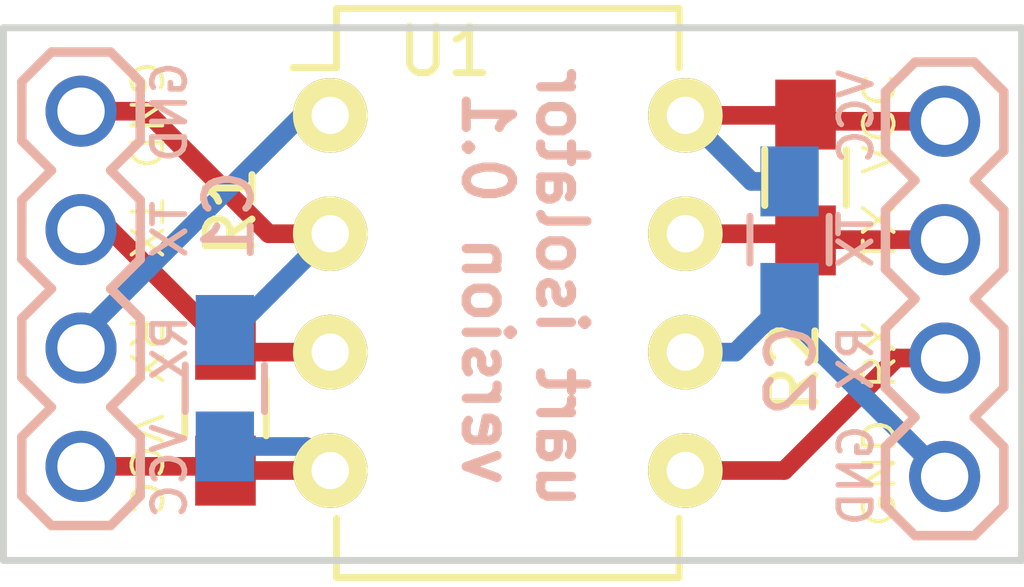
<source format=kicad_pcb>
(kicad_pcb (version 4) (host pcbnew 4.0.2+dfsg1-stable)

  (general
    (links 16)
    (no_connects 0)
    (area 141.415699 103.048999 163.409701 114.629001)
    (thickness 1.6)
    (drawings 7)
    (tracks 31)
    (zones 0)
    (modules 7)
    (nets 9)
  )

  (page A4)
  (layers
    (0 F.Cu signal)
    (31 B.Cu signal)
    (32 B.Adhes user)
    (33 F.Adhes user)
    (34 B.Paste user)
    (35 F.Paste user)
    (36 B.SilkS user)
    (37 F.SilkS user)
    (38 B.Mask user)
    (39 F.Mask user)
    (40 Dwgs.User user)
    (41 Cmts.User user)
    (42 Eco1.User user)
    (43 Eco2.User user)
    (44 Edge.Cuts user)
    (45 Margin user)
    (46 B.CrtYd user)
    (47 F.CrtYd user)
    (48 B.Fab user)
    (49 F.Fab user)
  )

  (setup
    (last_trace_width 0.4)
    (trace_clearance 0.2)
    (zone_clearance 0.508)
    (zone_45_only no)
    (trace_min 0.2)
    (segment_width 0.2)
    (edge_width 0.15)
    (via_size 0.6)
    (via_drill 0.4)
    (via_min_size 0.4)
    (via_min_drill 0.3)
    (uvia_size 0.3)
    (uvia_drill 0.1)
    (uvias_allowed no)
    (uvia_min_size 0.2)
    (uvia_min_drill 0.1)
    (pcb_text_width 0.3)
    (pcb_text_size 1.5 1.5)
    (mod_edge_width 0.15)
    (mod_text_size 1 1)
    (mod_text_width 0.15)
    (pad_size 1.524 1.524)
    (pad_drill 0.762)
    (pad_to_mask_clearance 0.2)
    (aux_axis_origin 0 0)
    (grid_origin 151.6507 109.474)
    (visible_elements FFFFFF7F)
    (pcbplotparams
      (layerselection 0x00030_80000001)
      (usegerberextensions false)
      (excludeedgelayer true)
      (linewidth 0.100000)
      (plotframeref false)
      (viasonmask false)
      (mode 1)
      (useauxorigin false)
      (hpglpennumber 1)
      (hpglpenspeed 20)
      (hpglpendiameter 15)
      (hpglpenoverlay 2)
      (psnegative false)
      (psa4output false)
      (plotreference true)
      (plotvalue true)
      (plotinvisibletext false)
      (padsonsilk false)
      (subtractmaskfromsilk false)
      (outputformat 1)
      (mirror false)
      (drillshape 1)
      (scaleselection 1)
      (outputdirectory ""))
  )

  (net 0 "")
  (net 1 "Net-(C1-Pad1)")
  (net 2 "Net-(C1-Pad2)")
  (net 3 "Net-(C2-Pad1)")
  (net 4 "Net-(C2-Pad2)")
  (net 5 "Net-(P1-Pad2)")
  (net 6 "Net-(P1-Pad3)")
  (net 7 "Net-(P2-Pad2)")
  (net 8 "Net-(P2-Pad3)")

  (net_class Default "This is the default net class."
    (clearance 0.2)
    (trace_width 0.4)
    (via_dia 0.6)
    (via_drill 0.4)
    (uvia_dia 0.3)
    (uvia_drill 0.1)
    (add_net "Net-(C1-Pad1)")
    (add_net "Net-(C1-Pad2)")
    (add_net "Net-(C2-Pad1)")
    (add_net "Net-(C2-Pad2)")
    (add_net "Net-(P1-Pad2)")
    (add_net "Net-(P1-Pad3)")
    (add_net "Net-(P2-Pad2)")
    (add_net "Net-(P2-Pad3)")
  )

  (module uart:uart (layer B.Cu) (tedit 592B3B30) (tstamp 59307FDE)
    (at 143.1544 112.5347 90)
    (path /592E40B9)
    (fp_text reference P2 (at 0 0 90) (layer Eco1.User) hide
      (effects (font (size 0.6 0.6) (thickness 0.1)))
    )
    (fp_text value uart (at 1.27 -1.27 90) (layer Eco1.User) hide
      (effects (font (size 0.6 0.6) (thickness 0.1)))
    )
    (fp_text user GND (at 7.6 1.9 90) (layer B.SilkS)
      (effects (font (size 0.7 0.7) (thickness 0.12)) (justify mirror))
    )
    (fp_text user RX (at 2.54 1.905 90) (layer B.SilkS)
      (effects (font (size 0.7 0.7) (thickness 0.12)) (justify mirror))
    )
    (fp_text user TX (at 5.08 1.905 90) (layer B.SilkS)
      (effects (font (size 0.7 0.7) (thickness 0.12)) (justify mirror))
    )
    (fp_text user VCC (at -0.1 1.9 90) (layer B.SilkS)
      (effects (font (size 0.7 0.7) (thickness 0.12)) (justify mirror))
    )
    (fp_line (start 6.985 1.27) (end 8.255 1.27) (layer B.SilkS) (width 0.2032))
    (fp_line (start 8.255 1.27) (end 8.89 0.635) (layer B.SilkS) (width 0.2032))
    (fp_line (start 8.89 -0.635) (end 8.255 -1.27) (layer B.SilkS) (width 0.2032))
    (fp_line (start 3.81 0.635) (end 4.445 1.27) (layer B.SilkS) (width 0.2032))
    (fp_line (start 4.445 1.27) (end 5.715 1.27) (layer B.SilkS) (width 0.2032))
    (fp_line (start 5.715 1.27) (end 6.35 0.635) (layer B.SilkS) (width 0.2032))
    (fp_line (start 6.35 -0.635) (end 5.715 -1.27) (layer B.SilkS) (width 0.2032))
    (fp_line (start 5.715 -1.27) (end 4.445 -1.27) (layer B.SilkS) (width 0.2032))
    (fp_line (start 4.445 -1.27) (end 3.81 -0.635) (layer B.SilkS) (width 0.2032))
    (fp_line (start 6.985 1.27) (end 6.35 0.635) (layer B.SilkS) (width 0.2032))
    (fp_line (start 6.35 -0.635) (end 6.985 -1.27) (layer B.SilkS) (width 0.2032))
    (fp_line (start 8.255 -1.27) (end 6.985 -1.27) (layer B.SilkS) (width 0.2032))
    (fp_line (start -0.635 1.27) (end 0.635 1.27) (layer B.SilkS) (width 0.2032))
    (fp_line (start 0.635 1.27) (end 1.27 0.635) (layer B.SilkS) (width 0.2032))
    (fp_line (start 1.27 -0.635) (end 0.635 -1.27) (layer B.SilkS) (width 0.2032))
    (fp_line (start 1.27 0.635) (end 1.905 1.27) (layer B.SilkS) (width 0.2032))
    (fp_line (start 1.905 1.27) (end 3.175 1.27) (layer B.SilkS) (width 0.2032))
    (fp_line (start 3.175 1.27) (end 3.81 0.635) (layer B.SilkS) (width 0.2032))
    (fp_line (start 3.81 -0.635) (end 3.175 -1.27) (layer B.SilkS) (width 0.2032))
    (fp_line (start 3.175 -1.27) (end 1.905 -1.27) (layer B.SilkS) (width 0.2032))
    (fp_line (start 1.905 -1.27) (end 1.27 -0.635) (layer B.SilkS) (width 0.2032))
    (fp_line (start -1.27 0.635) (end -1.27 -0.635) (layer B.SilkS) (width 0.2032))
    (fp_line (start -0.635 1.27) (end -1.27 0.635) (layer B.SilkS) (width 0.2032))
    (fp_line (start -1.27 -0.635) (end -0.635 -1.27) (layer B.SilkS) (width 0.2032))
    (fp_line (start 0.635 -1.27) (end -0.635 -1.27) (layer B.SilkS) (width 0.2032))
    (fp_line (start 8.89 0.635) (end 8.89 -0.635) (layer B.SilkS) (width 0.2032))
    (pad 1 thru_hole oval (at 0 0) (size 1.524 1.524) (drill 1.016) (layers *.Cu *.Mask)
      (net 1 "Net-(C1-Pad1)"))
    (pad 2 thru_hole oval (at 2.54 0) (size 1.524 1.524) (drill 1.016) (layers *.Cu *.Mask)
      (net 7 "Net-(P2-Pad2)"))
    (pad 3 thru_hole oval (at 5.08 0) (size 1.524 1.524) (drill 1.016) (layers *.Cu *.Mask)
      (net 8 "Net-(P2-Pad3)"))
    (pad 4 thru_hole oval (at 7.62 0) (size 1.524 1.524) (drill 1.016) (layers *.Cu *.Mask)
      (net 2 "Net-(C1-Pad2)"))
  )

  (module Housings_DIP:DIP-8_W7.62mm (layer F.Cu) (tedit 592EDA54) (tstamp 59308015)
    (at 148.5011 105.0036)
    (descr "8-lead dip package, row spacing 7.62 mm (300 mils)")
    (tags "dil dip 2.54 300")
    (path /592E3D46)
    (fp_text reference U1 (at 2.4638 -1.3716) (layer F.SilkS)
      (effects (font (size 1 1) (thickness 0.15)))
    )
    (fp_text value CPC5001 (at 3.7211 1.778) (layer F.Fab)
      (effects (font (size 1 1) (thickness 0.15)))
    )
    (fp_line (start -1.05 -2.45) (end -1.05 10.1) (layer F.CrtYd) (width 0.05))
    (fp_line (start 8.65 -2.45) (end 8.65 10.1) (layer F.CrtYd) (width 0.05))
    (fp_line (start -1.05 -2.45) (end 8.65 -2.45) (layer F.CrtYd) (width 0.05))
    (fp_line (start -1.05 10.1) (end 8.65 10.1) (layer F.CrtYd) (width 0.05))
    (fp_line (start 0.135 -2.295) (end 0.135 -1.025) (layer F.SilkS) (width 0.15))
    (fp_line (start 7.485 -2.295) (end 7.485 -1.025) (layer F.SilkS) (width 0.15))
    (fp_line (start 7.485 9.915) (end 7.485 8.645) (layer F.SilkS) (width 0.15))
    (fp_line (start 0.135 9.915) (end 0.135 8.645) (layer F.SilkS) (width 0.15))
    (fp_line (start 0.135 -2.295) (end 7.485 -2.295) (layer F.SilkS) (width 0.15))
    (fp_line (start 0.135 9.915) (end 7.485 9.915) (layer F.SilkS) (width 0.15))
    (fp_line (start 0.135 -1.025) (end -0.8 -1.025) (layer F.SilkS) (width 0.15))
    (pad 1 thru_hole oval (at 0 0) (size 1.6 1.6) (drill 0.8) (layers *.Cu *.Mask F.SilkS)
      (net 7 "Net-(P2-Pad2)"))
    (pad 2 thru_hole oval (at 0 2.54) (size 1.6 1.6) (drill 0.8) (layers *.Cu *.Mask F.SilkS)
      (net 2 "Net-(C1-Pad2)"))
    (pad 3 thru_hole oval (at 0 5.08) (size 1.6 1.6) (drill 0.8) (layers *.Cu *.Mask F.SilkS)
      (net 8 "Net-(P2-Pad3)"))
    (pad 4 thru_hole oval (at 0 7.62) (size 1.6 1.6) (drill 0.8) (layers *.Cu *.Mask F.SilkS)
      (net 1 "Net-(C1-Pad1)"))
    (pad 5 thru_hole oval (at 7.62 7.62) (size 1.6 1.6) (drill 0.8) (layers *.Cu *.Mask F.SilkS)
      (net 6 "Net-(P1-Pad3)"))
    (pad 6 thru_hole oval (at 7.62 5.08) (size 1.6 1.6) (drill 0.8) (layers *.Cu *.Mask F.SilkS)
      (net 4 "Net-(C2-Pad2)"))
    (pad 7 thru_hole oval (at 7.62 2.54) (size 1.6 1.6) (drill 0.8) (layers *.Cu *.Mask F.SilkS)
      (net 5 "Net-(P1-Pad2)"))
    (pad 8 thru_hole oval (at 7.62 0) (size 1.6 1.6) (drill 0.8) (layers *.Cu *.Mask F.SilkS)
      (net 3 "Net-(C2-Pad1)"))
    (model Housings_DIP.3dshapes/DIP-8_W7.62mm.wrl
      (at (xyz 0 0 0))
      (scale (xyz 1 1 1))
      (rotate (xyz 0 0 0))
    )
  )

  (module uart:uart_host (layer B.Cu) (tedit 592B3B78) (tstamp 59307FB8)
    (at 161.6837 105.1306 270)
    (path /592E4559)
    (fp_text reference P1 (at 0 0 270) (layer Eco1.User) hide
      (effects (font (size 0.6 0.6) (thickness 0.1)))
    )
    (fp_text value uart_host (at 1.27 -1.27 270) (layer Eco1.User) hide
      (effects (font (size 0.6 0.6) (thickness 0.1)))
    )
    (fp_text user GND (at 7.6 1.9 270) (layer B.SilkS)
      (effects (font (size 0.7 0.7) (thickness 0.12)) (justify mirror))
    )
    (fp_text user RX (at 5.08 1.905 270) (layer B.SilkS)
      (effects (font (size 0.7 0.7) (thickness 0.12)) (justify mirror))
    )
    (fp_text user TX (at 2.54 1.905 270) (layer B.SilkS)
      (effects (font (size 0.7 0.7) (thickness 0.12)) (justify mirror))
    )
    (fp_text user VCC (at -0.1 1.9 270) (layer B.SilkS)
      (effects (font (size 0.7 0.7) (thickness 0.12)) (justify mirror))
    )
    (fp_line (start 6.985 1.27) (end 8.255 1.27) (layer B.SilkS) (width 0.2032))
    (fp_line (start 8.255 1.27) (end 8.89 0.635) (layer B.SilkS) (width 0.2032))
    (fp_line (start 8.89 -0.635) (end 8.255 -1.27) (layer B.SilkS) (width 0.2032))
    (fp_line (start 3.81 0.635) (end 4.445 1.27) (layer B.SilkS) (width 0.2032))
    (fp_line (start 4.445 1.27) (end 5.715 1.27) (layer B.SilkS) (width 0.2032))
    (fp_line (start 5.715 1.27) (end 6.35 0.635) (layer B.SilkS) (width 0.2032))
    (fp_line (start 6.35 -0.635) (end 5.715 -1.27) (layer B.SilkS) (width 0.2032))
    (fp_line (start 5.715 -1.27) (end 4.445 -1.27) (layer B.SilkS) (width 0.2032))
    (fp_line (start 4.445 -1.27) (end 3.81 -0.635) (layer B.SilkS) (width 0.2032))
    (fp_line (start 6.985 1.27) (end 6.35 0.635) (layer B.SilkS) (width 0.2032))
    (fp_line (start 6.35 -0.635) (end 6.985 -1.27) (layer B.SilkS) (width 0.2032))
    (fp_line (start 8.255 -1.27) (end 6.985 -1.27) (layer B.SilkS) (width 0.2032))
    (fp_line (start -0.635 1.27) (end 0.635 1.27) (layer B.SilkS) (width 0.2032))
    (fp_line (start 0.635 1.27) (end 1.27 0.635) (layer B.SilkS) (width 0.2032))
    (fp_line (start 1.27 -0.635) (end 0.635 -1.27) (layer B.SilkS) (width 0.2032))
    (fp_line (start 1.27 0.635) (end 1.905 1.27) (layer B.SilkS) (width 0.2032))
    (fp_line (start 1.905 1.27) (end 3.175 1.27) (layer B.SilkS) (width 0.2032))
    (fp_line (start 3.175 1.27) (end 3.81 0.635) (layer B.SilkS) (width 0.2032))
    (fp_line (start 3.81 -0.635) (end 3.175 -1.27) (layer B.SilkS) (width 0.2032))
    (fp_line (start 3.175 -1.27) (end 1.905 -1.27) (layer B.SilkS) (width 0.2032))
    (fp_line (start 1.905 -1.27) (end 1.27 -0.635) (layer B.SilkS) (width 0.2032))
    (fp_line (start -1.27 0.635) (end -1.27 -0.635) (layer B.SilkS) (width 0.2032))
    (fp_line (start -0.635 1.27) (end -1.27 0.635) (layer B.SilkS) (width 0.2032))
    (fp_line (start -1.27 -0.635) (end -0.635 -1.27) (layer B.SilkS) (width 0.2032))
    (fp_line (start 0.635 -1.27) (end -0.635 -1.27) (layer B.SilkS) (width 0.2032))
    (fp_line (start 8.89 0.635) (end 8.89 -0.635) (layer B.SilkS) (width 0.2032))
    (pad 1 thru_hole oval (at 0 0 180) (size 1.524 1.524) (drill 1.016) (layers *.Cu *.Mask)
      (net 3 "Net-(C2-Pad1)"))
    (pad 2 thru_hole oval (at 2.54 0 180) (size 1.524 1.524) (drill 1.016) (layers *.Cu *.Mask)
      (net 5 "Net-(P1-Pad2)"))
    (pad 3 thru_hole oval (at 5.08 0 180) (size 1.524 1.524) (drill 1.016) (layers *.Cu *.Mask)
      (net 6 "Net-(P1-Pad3)"))
    (pad 4 thru_hole oval (at 7.62 0 180) (size 1.524 1.524) (drill 1.016) (layers *.Cu *.Mask)
      (net 4 "Net-(C2-Pad2)"))
  )

  (module Capacitors_SMD:C_0805_HandSoldering (layer B.Cu) (tedit 592EDA43) (tstamp 5930A6B2)
    (at 146.2405 110.8583 90)
    (descr "Capacitor SMD 0805, hand soldering")
    (tags "capacitor 0805")
    (path /592E3E25)
    (attr smd)
    (fp_text reference C1 (at 3.6957 0.0889 90) (layer B.SilkS)
      (effects (font (size 1 1) (thickness 0.15)) (justify mirror))
    )
    (fp_text value C (at 0 -2.1 90) (layer B.Fab)
      (effects (font (size 1 1) (thickness 0.15)) (justify mirror))
    )
    (fp_line (start -2.3 1) (end 2.3 1) (layer B.CrtYd) (width 0.05))
    (fp_line (start -2.3 -1) (end 2.3 -1) (layer B.CrtYd) (width 0.05))
    (fp_line (start -2.3 1) (end -2.3 -1) (layer B.CrtYd) (width 0.05))
    (fp_line (start 2.3 1) (end 2.3 -1) (layer B.CrtYd) (width 0.05))
    (fp_line (start 0.5 0.85) (end -0.5 0.85) (layer B.SilkS) (width 0.15))
    (fp_line (start -0.5 -0.85) (end 0.5 -0.85) (layer B.SilkS) (width 0.15))
    (pad 1 smd rect (at -1.25 0 90) (size 1.5 1.25) (layers B.Cu B.Paste B.Mask)
      (net 1 "Net-(C1-Pad1)"))
    (pad 2 smd rect (at 1.25 0 90) (size 1.5 1.25) (layers B.Cu B.Paste B.Mask)
      (net 2 "Net-(C1-Pad2)"))
    (model Capacitors_SMD.3dshapes/C_0805_HandSoldering.wrl
      (at (xyz 0 0 0))
      (scale (xyz 1 1 1))
      (rotate (xyz 0 0 0))
    )
  )

  (module Capacitors_SMD:C_0805_HandSoldering (layer B.Cu) (tedit 592EDA4E) (tstamp 5930A6BE)
    (at 158.3563 107.6706 270)
    (descr "Capacitor SMD 0805, hand soldering")
    (tags "capacitor 0805")
    (path /592E4397)
    (attr smd)
    (fp_text reference C2 (at 2.8067 -0.0381 270) (layer B.SilkS)
      (effects (font (size 1 1) (thickness 0.15)) (justify mirror))
    )
    (fp_text value C (at 0 -2.1 270) (layer B.Fab)
      (effects (font (size 1 1) (thickness 0.15)) (justify mirror))
    )
    (fp_line (start -2.3 1) (end 2.3 1) (layer B.CrtYd) (width 0.05))
    (fp_line (start -2.3 -1) (end 2.3 -1) (layer B.CrtYd) (width 0.05))
    (fp_line (start -2.3 1) (end -2.3 -1) (layer B.CrtYd) (width 0.05))
    (fp_line (start 2.3 1) (end 2.3 -1) (layer B.CrtYd) (width 0.05))
    (fp_line (start 0.5 0.85) (end -0.5 0.85) (layer B.SilkS) (width 0.15))
    (fp_line (start -0.5 -0.85) (end 0.5 -0.85) (layer B.SilkS) (width 0.15))
    (pad 1 smd rect (at -1.25 0 270) (size 1.5 1.25) (layers B.Cu B.Paste B.Mask)
      (net 3 "Net-(C2-Pad1)"))
    (pad 2 smd rect (at 1.25 0 270) (size 1.5 1.25) (layers B.Cu B.Paste B.Mask)
      (net 4 "Net-(C2-Pad2)"))
    (model Capacitors_SMD.3dshapes/C_0805_HandSoldering.wrl
      (at (xyz 0 0 0))
      (scale (xyz 1 1 1))
      (rotate (xyz 0 0 0))
    )
  )

  (module Resistors_SMD:R_0805_HandSoldering (layer F.Cu) (tedit 592EDA40) (tstamp 5930A6CA)
    (at 146.2532 111.2774 90)
    (descr "Resistor SMD 0805, hand soldering")
    (tags "resistor 0805")
    (path /592E3DD8)
    (attr smd)
    (fp_text reference R1 (at 4.2164 0.1143 90) (layer F.SilkS)
      (effects (font (size 1 1) (thickness 0.15)))
    )
    (fp_text value R (at 0 2.1 90) (layer F.Fab)
      (effects (font (size 1 1) (thickness 0.15)))
    )
    (fp_line (start -2.4 -1) (end 2.4 -1) (layer F.CrtYd) (width 0.05))
    (fp_line (start -2.4 1) (end 2.4 1) (layer F.CrtYd) (width 0.05))
    (fp_line (start -2.4 -1) (end -2.4 1) (layer F.CrtYd) (width 0.05))
    (fp_line (start 2.4 -1) (end 2.4 1) (layer F.CrtYd) (width 0.05))
    (fp_line (start 0.6 0.875) (end -0.6 0.875) (layer F.SilkS) (width 0.15))
    (fp_line (start -0.6 -0.875) (end 0.6 -0.875) (layer F.SilkS) (width 0.15))
    (pad 1 smd rect (at -1.35 0 90) (size 1.5 1.3) (layers F.Cu F.Paste F.Mask)
      (net 1 "Net-(C1-Pad1)"))
    (pad 2 smd rect (at 1.35 0 90) (size 1.5 1.3) (layers F.Cu F.Paste F.Mask)
      (net 8 "Net-(P2-Pad3)"))
    (model Resistors_SMD.3dshapes/R_0805_HandSoldering.wrl
      (at (xyz 0 0 0))
      (scale (xyz 1 1 1))
      (rotate (xyz 0 0 0))
    )
  )

  (module Resistors_SMD:R_0805_HandSoldering (layer F.Cu) (tedit 592EDA48) (tstamp 5930A6D6)
    (at 158.6992 106.3371 270)
    (descr "Resistor SMD 0805, hand soldering")
    (tags "resistor 0805")
    (path /592E414B)
    (attr smd)
    (fp_text reference R2 (at 4.0767 0.254 270) (layer F.SilkS)
      (effects (font (size 1 1) (thickness 0.15)))
    )
    (fp_text value R (at 0 2.1 270) (layer F.Fab)
      (effects (font (size 1 1) (thickness 0.15)))
    )
    (fp_line (start -2.4 -1) (end 2.4 -1) (layer F.CrtYd) (width 0.05))
    (fp_line (start -2.4 1) (end 2.4 1) (layer F.CrtYd) (width 0.05))
    (fp_line (start -2.4 -1) (end -2.4 1) (layer F.CrtYd) (width 0.05))
    (fp_line (start 2.4 -1) (end 2.4 1) (layer F.CrtYd) (width 0.05))
    (fp_line (start 0.6 0.875) (end -0.6 0.875) (layer F.SilkS) (width 0.15))
    (fp_line (start -0.6 -0.875) (end 0.6 -0.875) (layer F.SilkS) (width 0.15))
    (pad 1 smd rect (at -1.35 0 270) (size 1.5 1.3) (layers F.Cu F.Paste F.Mask)
      (net 3 "Net-(C2-Pad1)"))
    (pad 2 smd rect (at 1.35 0 270) (size 1.5 1.3) (layers F.Cu F.Paste F.Mask)
      (net 5 "Net-(P1-Pad2)"))
    (model Resistors_SMD.3dshapes/R_0805_HandSoldering.wrl
      (at (xyz 0 0 0))
      (scale (xyz 1 1 1))
      (rotate (xyz 0 0 0))
    )
  )

  (gr_text "uart isolator\nversion 0.1" (at 152.6667 108.712 270) (layer B.SilkS)
    (effects (font (size 0.992 0.992) (thickness 0.1972)) (justify mirror))
  )
  (gr_text "GND RX  TX VCC" (at 160.2867 108.966 90) (layer F.SilkS)
    (effects (font (size 0.6618 0.776) (thickness 0.0829)))
  )
  (gr_text "GND TX  RX VCC" (at 144.5387 108.712 270) (layer F.SilkS)
    (effects (font (size 0.6618 0.776) (thickness 0.0829)))
  )
  (gr_line (start 141.4907 114.554) (end 141.4907 103.124) (angle 90) (layer Edge.Cuts) (width 0.15))
  (gr_line (start 163.3347 114.554) (end 141.4907 114.554) (angle 90) (layer Edge.Cuts) (width 0.15))
  (gr_line (start 163.3347 103.124) (end 163.3347 114.554) (angle 90) (layer Edge.Cuts) (width 0.15))
  (gr_line (start 141.4907 103.124) (end 163.3347 103.124) (angle 90) (layer Edge.Cuts) (width 0.15))

  (segment (start 146.2405 112.1083) (end 147.9858 112.1083) (width 0.4) (layer B.Cu) (net 1))
  (segment (start 147.9858 112.1083) (end 148.5011 112.6236) (width 0.4) (layer B.Cu) (net 1) (tstamp 5930ADEA))
  (segment (start 143.1544 112.5347) (end 146.1605 112.5347) (width 0.4) (layer F.Cu) (net 1))
  (segment (start 146.1605 112.5347) (end 146.2494 112.6236) (width 0.4) (layer F.Cu) (net 1) (tstamp 5930ADE6))
  (segment (start 146.2494 112.6236) (end 148.5011 112.6236) (width 0.4) (layer F.Cu) (net 1) (tstamp 5930ADE7))
  (segment (start 143.1544 104.9147) (end 144.5514 104.9147) (width 0.4) (layer F.Cu) (net 2) (status 400000))
  (segment (start 147.1803 107.5436) (end 148.5011 107.5436) (width 0.4) (layer F.Cu) (net 2) (tstamp 5930AE5A) (status 800000))
  (segment (start 144.5514 104.9147) (end 147.1803 107.5436) (width 0.4) (layer F.Cu) (net 2) (tstamp 5930AE59))
  (segment (start 146.2405 109.6083) (end 146.4364 109.6083) (width 0.4) (layer B.Cu) (net 2))
  (segment (start 146.4364 109.6083) (end 148.5011 107.5436) (width 0.4) (layer B.Cu) (net 2) (tstamp 5930ADD8))
  (segment (start 158.3563 106.4206) (end 157.5381 106.4206) (width 0.4) (layer B.Cu) (net 3))
  (segment (start 157.5381 106.4206) (end 156.1211 105.0036) (width 0.4) (layer B.Cu) (net 3) (tstamp 5930ACD7))
  (segment (start 161.6837 105.1306) (end 158.8427 105.1306) (width 0.4) (layer F.Cu) (net 3))
  (segment (start 158.8427 105.1306) (end 158.7157 105.0036) (width 0.4) (layer F.Cu) (net 3) (tstamp 5930ACC5))
  (segment (start 158.7157 105.0036) (end 156.1211 105.0036) (width 0.4) (layer F.Cu) (net 3) (tstamp 5930ACC6))
  (segment (start 156.1211 110.0836) (end 157.1933 110.0836) (width 0.4) (layer B.Cu) (net 4))
  (segment (start 157.1933 110.0836) (end 158.3563 108.9206) (width 0.4) (layer B.Cu) (net 4) (tstamp 5930ACE7))
  (segment (start 158.3563 108.9206) (end 158.3563 109.4232) (width 0.4) (layer B.Cu) (net 4))
  (segment (start 158.3563 109.4232) (end 161.6837 112.7506) (width 0.4) (layer B.Cu) (net 4) (tstamp 5930ACE3))
  (segment (start 161.6837 107.6706) (end 158.7157 107.6706) (width 0.4) (layer F.Cu) (net 5))
  (segment (start 158.7157 107.6706) (end 158.5887 107.5436) (width 0.4) (layer F.Cu) (net 5) (tstamp 5930ACC9))
  (segment (start 158.5887 107.5436) (end 156.1211 107.5436) (width 0.4) (layer F.Cu) (net 5) (tstamp 5930ACCA))
  (segment (start 161.6837 110.2106) (end 160.655 110.2106) (width 0.4) (layer F.Cu) (net 6))
  (segment (start 158.242 112.6236) (end 156.1211 112.6236) (width 0.4) (layer F.Cu) (net 6) (tstamp 5930ACCE))
  (segment (start 160.655 110.2106) (end 158.242 112.6236) (width 0.4) (layer F.Cu) (net 6) (tstamp 5930ACCD))
  (segment (start 143.1544 109.9947) (end 143.1544 109.7407) (width 0.4) (layer B.Cu) (net 7))
  (segment (start 143.1544 109.7407) (end 147.8915 105.0036) (width 0.4) (layer B.Cu) (net 7) (tstamp 5930ADD3))
  (segment (start 147.8915 105.0036) (end 148.5011 105.0036) (width 0.4) (layer B.Cu) (net 7) (tstamp 5930ADD4))
  (segment (start 143.1544 107.4547) (end 143.7805 107.4547) (width 0.4) (layer F.Cu) (net 8))
  (segment (start 143.7805 107.4547) (end 146.4094 110.0836) (width 0.4) (layer F.Cu) (net 8) (tstamp 5930ADE1))
  (segment (start 146.4094 110.0836) (end 148.5011 110.0836) (width 0.4) (layer F.Cu) (net 8) (tstamp 5930ADE2))

)

</source>
